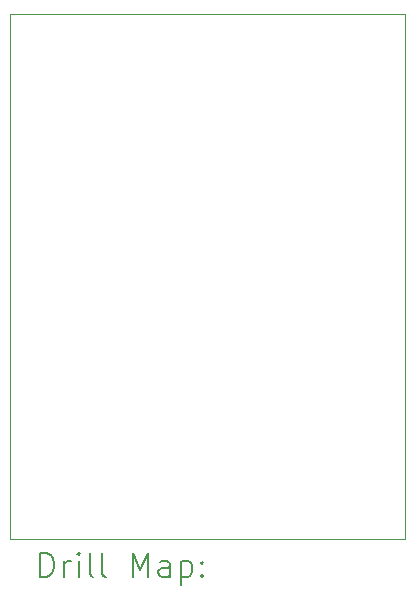
<source format=gbr>
%FSLAX45Y45*%
G04 Gerber Fmt 4.5, Leading zero omitted, Abs format (unit mm)*
G04 Created by KiCad (PCBNEW 6.0.1) date 2022-02-15 02:13:21*
%MOMM*%
%LPD*%
G01*
G04 APERTURE LIST*
%TA.AperFunction,Profile*%
%ADD10C,0.100000*%
%TD*%
%ADD11C,0.200000*%
G04 APERTURE END LIST*
D10*
X12010000Y-9679000D02*
X12010000Y-5266000D01*
X12010000Y-9708000D02*
X12010000Y-9679000D01*
X12065000Y-9708000D02*
X12010000Y-9708000D01*
X15347000Y-9711000D02*
X12065000Y-9708000D01*
X15347000Y-9637000D02*
X15347000Y-9711000D01*
X15350000Y-7525000D02*
X15347000Y-9637000D01*
X15349000Y-5937000D02*
X15350000Y-7525000D01*
X15349000Y-5577000D02*
X15349000Y-5937000D01*
X15349000Y-5266000D02*
X15349000Y-5577000D01*
X12132000Y-5266000D02*
X15349000Y-5266000D01*
X12010000Y-5266000D02*
X12132000Y-5266000D01*
D11*
X12262619Y-10026476D02*
X12262619Y-9826476D01*
X12310238Y-9826476D01*
X12338809Y-9836000D01*
X12357857Y-9855048D01*
X12367381Y-9874095D01*
X12376905Y-9912190D01*
X12376905Y-9940762D01*
X12367381Y-9978857D01*
X12357857Y-9997905D01*
X12338809Y-10016952D01*
X12310238Y-10026476D01*
X12262619Y-10026476D01*
X12462619Y-10026476D02*
X12462619Y-9893143D01*
X12462619Y-9931238D02*
X12472143Y-9912190D01*
X12481667Y-9902667D01*
X12500714Y-9893143D01*
X12519762Y-9893143D01*
X12586428Y-10026476D02*
X12586428Y-9893143D01*
X12586428Y-9826476D02*
X12576905Y-9836000D01*
X12586428Y-9845524D01*
X12595952Y-9836000D01*
X12586428Y-9826476D01*
X12586428Y-9845524D01*
X12710238Y-10026476D02*
X12691190Y-10016952D01*
X12681667Y-9997905D01*
X12681667Y-9826476D01*
X12815000Y-10026476D02*
X12795952Y-10016952D01*
X12786428Y-9997905D01*
X12786428Y-9826476D01*
X13043571Y-10026476D02*
X13043571Y-9826476D01*
X13110238Y-9969333D01*
X13176905Y-9826476D01*
X13176905Y-10026476D01*
X13357857Y-10026476D02*
X13357857Y-9921714D01*
X13348333Y-9902667D01*
X13329286Y-9893143D01*
X13291190Y-9893143D01*
X13272143Y-9902667D01*
X13357857Y-10016952D02*
X13338809Y-10026476D01*
X13291190Y-10026476D01*
X13272143Y-10016952D01*
X13262619Y-9997905D01*
X13262619Y-9978857D01*
X13272143Y-9959810D01*
X13291190Y-9950286D01*
X13338809Y-9950286D01*
X13357857Y-9940762D01*
X13453095Y-9893143D02*
X13453095Y-10093143D01*
X13453095Y-9902667D02*
X13472143Y-9893143D01*
X13510238Y-9893143D01*
X13529286Y-9902667D01*
X13538809Y-9912190D01*
X13548333Y-9931238D01*
X13548333Y-9988381D01*
X13538809Y-10007429D01*
X13529286Y-10016952D01*
X13510238Y-10026476D01*
X13472143Y-10026476D01*
X13453095Y-10016952D01*
X13634048Y-10007429D02*
X13643571Y-10016952D01*
X13634048Y-10026476D01*
X13624524Y-10016952D01*
X13634048Y-10007429D01*
X13634048Y-10026476D01*
X13634048Y-9902667D02*
X13643571Y-9912190D01*
X13634048Y-9921714D01*
X13624524Y-9912190D01*
X13634048Y-9902667D01*
X13634048Y-9921714D01*
M02*

</source>
